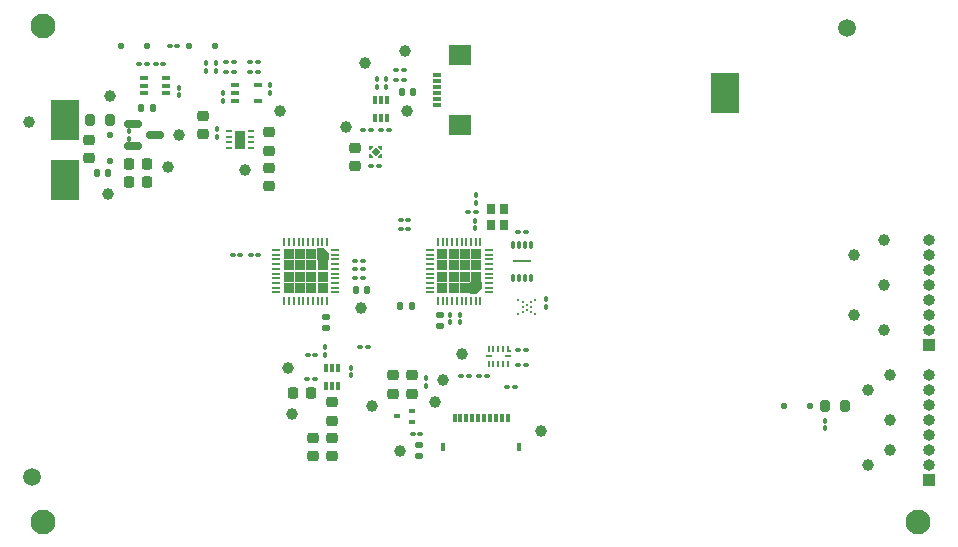
<source format=gbr>
%TF.GenerationSoftware,KiCad,Pcbnew,9.0.1*%
%TF.CreationDate,2025-05-02T11:49:09+03:00*%
%TF.ProjectId,Kampela_H1,4b616d70-656c-4615-9f48-312e6b696361,rev?*%
%TF.SameCoordinates,Original*%
%TF.FileFunction,Soldermask,Top*%
%TF.FilePolarity,Negative*%
%FSLAX46Y46*%
G04 Gerber Fmt 4.6, Leading zero omitted, Abs format (unit mm)*
G04 Created by KiCad (PCBNEW 9.0.1) date 2025-05-02 11:49:09*
%MOMM*%
%LPD*%
G01*
G04 APERTURE LIST*
G04 Aperture macros list*
%AMRoundRect*
0 Rectangle with rounded corners*
0 $1 Rounding radius*
0 $2 $3 $4 $5 $6 $7 $8 $9 X,Y pos of 4 corners*
0 Add a 4 corners polygon primitive as box body*
4,1,4,$2,$3,$4,$5,$6,$7,$8,$9,$2,$3,0*
0 Add four circle primitives for the rounded corners*
1,1,$1+$1,$2,$3*
1,1,$1+$1,$4,$5*
1,1,$1+$1,$6,$7*
1,1,$1+$1,$8,$9*
0 Add four rect primitives between the rounded corners*
20,1,$1+$1,$2,$3,$4,$5,0*
20,1,$1+$1,$4,$5,$6,$7,0*
20,1,$1+$1,$6,$7,$8,$9,0*
20,1,$1+$1,$8,$9,$2,$3,0*%
%AMRotRect*
0 Rectangle, with rotation*
0 The origin of the aperture is its center*
0 $1 length*
0 $2 width*
0 $3 Rotation angle, in degrees counterclockwise*
0 Add horizontal line*
21,1,$1,$2,0,0,$3*%
%AMOutline5P*
0 Free polygon, 5 corners , with rotation*
0 The origin of the aperture is its center*
0 number of corners: always 5*
0 $1 to $10 corner X, Y*
0 $11 Rotation angle, in degrees counterclockwise*
0 create outline with 5 corners*
4,1,5,$1,$2,$3,$4,$5,$6,$7,$8,$9,$10,$1,$2,$11*%
%AMOutline6P*
0 Free polygon, 6 corners , with rotation*
0 The origin of the aperture is its center*
0 number of corners: always 6*
0 $1 to $12 corner X, Y*
0 $13 Rotation angle, in degrees counterclockwise*
0 create outline with 6 corners*
4,1,6,$1,$2,$3,$4,$5,$6,$7,$8,$9,$10,$11,$12,$1,$2,$13*%
%AMOutline7P*
0 Free polygon, 7 corners , with rotation*
0 The origin of the aperture is its center*
0 number of corners: always 7*
0 $1 to $14 corner X, Y*
0 $15 Rotation angle, in degrees counterclockwise*
0 create outline with 7 corners*
4,1,7,$1,$2,$3,$4,$5,$6,$7,$8,$9,$10,$11,$12,$13,$14,$1,$2,$15*%
%AMOutline8P*
0 Free polygon, 8 corners , with rotation*
0 The origin of the aperture is its center*
0 number of corners: always 8*
0 $1 to $16 corner X, Y*
0 $17 Rotation angle, in degrees counterclockwise*
0 create outline with 8 corners*
4,1,8,$1,$2,$3,$4,$5,$6,$7,$8,$9,$10,$11,$12,$13,$14,$15,$16,$1,$2,$17*%
%AMFreePoly0*
4,1,6,0.130000,0.115000,0.130000,-0.115000,-0.130000,-0.115000,-0.130000,0.275000,-0.020000,0.275000,0.130000,0.115000,0.130000,0.115000,$1*%
%AMFreePoly1*
4,1,6,0.130000,-0.115000,-0.130000,-0.115000,-0.130000,0.115000,0.020000,0.275000,0.130000,0.275000,0.130000,-0.115000,0.130000,-0.115000,$1*%
G04 Aperture macros list end*
%ADD10RoundRect,0.100000X0.130000X0.100000X-0.130000X0.100000X-0.130000X-0.100000X0.130000X-0.100000X0*%
%ADD11R,1.000000X1.000000*%
%ADD12O,1.000000X1.000000*%
%ADD13RoundRect,0.140000X0.140000X0.170000X-0.140000X0.170000X-0.140000X-0.170000X0.140000X-0.170000X0*%
%ADD14RoundRect,0.225000X0.250000X-0.225000X0.250000X0.225000X-0.250000X0.225000X-0.250000X-0.225000X0*%
%ADD15RoundRect,0.140000X-0.170000X0.140000X-0.170000X-0.140000X0.170000X-0.140000X0.170000X0.140000X0*%
%ADD16C,1.000000*%
%ADD17C,2.100000*%
%ADD18R,0.300000X0.800000*%
%ADD19R,0.400000X0.800000*%
%ADD20RoundRect,0.100000X-0.130000X-0.100000X0.130000X-0.100000X0.130000X0.100000X-0.130000X0.100000X0*%
%ADD21R,2.400000X3.500000*%
%ADD22RoundRect,0.100000X0.100000X-0.130000X0.100000X0.130000X-0.100000X0.130000X-0.100000X-0.130000X0*%
%ADD23R,0.200000X0.740000*%
%ADD24R,0.740000X0.200000*%
%ADD25Outline5P,-0.481250X0.096250X-0.096250X0.481250X0.481250X0.481250X0.481250X-0.481250X-0.481250X-0.481250X270.000000*%
%ADD26R,0.962500X0.962500*%
%ADD27RoundRect,0.218750X-0.256250X0.218750X-0.256250X-0.218750X0.256250X-0.218750X0.256250X0.218750X0*%
%ADD28R,0.200000X0.600000*%
%ADD29R,0.250000X0.150000*%
%ADD30R,0.600000X0.200000*%
%ADD31RoundRect,0.087500X0.087500X-0.237500X0.087500X0.237500X-0.087500X0.237500X-0.087500X-0.237500X0*%
%ADD32R,1.600000X0.200000*%
%ADD33RoundRect,0.100000X-0.100000X0.130000X-0.100000X-0.130000X0.100000X-0.130000X0.100000X0.130000X0*%
%ADD34RoundRect,0.225000X-0.250000X0.225000X-0.250000X-0.225000X0.250000X-0.225000X0.250000X0.225000X0*%
%ADD35RoundRect,0.200000X0.200000X0.275000X-0.200000X0.275000X-0.200000X-0.275000X0.200000X-0.275000X0*%
%ADD36RoundRect,0.200000X-0.200000X-0.275000X0.200000X-0.275000X0.200000X0.275000X-0.200000X0.275000X0*%
%ADD37R,0.800000X0.900000*%
%ADD38RoundRect,0.218750X0.218750X0.256250X-0.218750X0.256250X-0.218750X-0.256250X0.218750X-0.256250X0*%
%ADD39RoundRect,0.125000X-0.125000X-0.125000X0.125000X-0.125000X0.125000X0.125000X-0.125000X0.125000X0*%
%ADD40C,1.500000*%
%ADD41RoundRect,0.125000X0.125000X0.125000X-0.125000X0.125000X-0.125000X-0.125000X0.125000X-0.125000X0*%
%ADD42RoundRect,0.140000X-0.140000X-0.170000X0.140000X-0.170000X0.140000X0.170000X-0.140000X0.170000X0*%
%ADD43RoundRect,0.100000X-0.225000X-0.100000X0.225000X-0.100000X0.225000X0.100000X-0.225000X0.100000X0*%
%ADD44C,0.200000*%
%ADD45RoundRect,0.225000X0.225000X0.250000X-0.225000X0.250000X-0.225000X-0.250000X0.225000X-0.250000X0*%
%ADD46Outline5P,-0.481250X0.096250X-0.096250X0.481250X0.481250X0.481250X0.481250X-0.481250X-0.481250X-0.481250X180.000000*%
%ADD47RoundRect,0.100000X0.225000X0.100000X-0.225000X0.100000X-0.225000X-0.100000X0.225000X-0.100000X0*%
%ADD48R,0.800000X0.300000*%
%ADD49R,1.850000X1.800000*%
%ADD50RoundRect,0.062500X-0.187500X-0.062500X0.187500X-0.062500X0.187500X0.062500X-0.187500X0.062500X0*%
%ADD51R,0.900000X1.600000*%
%ADD52RoundRect,0.150000X-0.587500X-0.150000X0.587500X-0.150000X0.587500X0.150000X-0.587500X0.150000X0*%
%ADD53R,0.510000X0.400000*%
%ADD54RoundRect,0.125000X0.125000X-0.125000X0.125000X0.125000X-0.125000X0.125000X-0.125000X-0.125000X0*%
%ADD55RoundRect,0.085000X0.085000X-0.265000X0.085000X0.265000X-0.085000X0.265000X-0.085000X-0.265000X0*%
%ADD56FreePoly0,270.000000*%
%ADD57FreePoly1,270.000000*%
%ADD58FreePoly0,90.000000*%
%ADD59FreePoly1,90.000000*%
%ADD60RotRect,0.520000X0.520000X135.000000*%
G04 APERTURE END LIST*
D10*
%TO.C,C56*%
X124180001Y-95160000D03*
X123540001Y-95160000D03*
%TD*%
D11*
%TO.C,J7*%
X172160000Y-101600000D03*
D12*
X172160000Y-100330000D03*
X172160000Y-99060000D03*
X172160000Y-97790000D03*
X172160000Y-96520000D03*
X172160000Y-95250000D03*
X172160000Y-93980000D03*
X172160000Y-92710000D03*
%TD*%
D13*
%TO.C,C14*%
X102660000Y-87010000D03*
X101700000Y-87010000D03*
%TD*%
D10*
%TO.C,R19*%
X137075000Y-105100000D03*
X136435000Y-105100000D03*
%TD*%
D14*
%TO.C,C11*%
X123560000Y-86400000D03*
X123560000Y-84850000D03*
%TD*%
D13*
%TO.C,C53*%
X128440000Y-80110000D03*
X127480000Y-80110000D03*
%TD*%
D15*
%TO.C,C41*%
X130760000Y-99030000D03*
X130760000Y-99990000D03*
%TD*%
D16*
%TO.C,TP26*%
X168350000Y-100330000D03*
%TD*%
%TO.C,TP2*%
X95960000Y-82710000D03*
%TD*%
D10*
%TO.C,C55*%
X124180001Y-95910000D03*
X123540001Y-95910000D03*
%TD*%
D17*
%TO.C,H1*%
X97160000Y-74510000D03*
%TD*%
D16*
%TO.C,TP13*%
X168858000Y-107910000D03*
%TD*%
D18*
%TO.C,J5*%
X136460000Y-107710000D03*
X135960000Y-107710000D03*
X135460000Y-107710000D03*
X134960000Y-107710000D03*
X134460000Y-107710000D03*
X133960000Y-107710000D03*
X133460000Y-107710000D03*
X132960000Y-107710000D03*
X132460000Y-107710000D03*
X131960000Y-107710000D03*
D19*
X137460000Y-110210000D03*
X130960000Y-110210000D03*
%TD*%
D16*
%TO.C,TP27*%
X165810000Y-99060000D03*
%TD*%
%TO.C,TP3*%
X102660000Y-88760000D03*
%TD*%
D20*
%TO.C,R3*%
X114640000Y-77610000D03*
X115280000Y-77610000D03*
%TD*%
D16*
%TO.C,TP14*%
X166953000Y-105370000D03*
%TD*%
D21*
%TO.C,J1*%
X98960000Y-82510000D03*
%TD*%
D20*
%TO.C,R23*%
X134055000Y-104200000D03*
X134695000Y-104200000D03*
%TD*%
%TO.C,R1*%
X107840000Y-76210000D03*
X108480000Y-76210000D03*
%TD*%
D22*
%TO.C,R17*%
X163360000Y-108630000D03*
X163360000Y-107990000D03*
%TD*%
D20*
%TO.C,R4*%
X112640000Y-78410000D03*
X113280000Y-78410000D03*
%TD*%
D16*
%TO.C,TP17*%
X127360000Y-110510000D03*
%TD*%
D23*
%TO.C,U9*%
X121160000Y-92810000D03*
X120760000Y-92810001D03*
X120360000Y-92810000D03*
X119960000Y-92810000D03*
X119559999Y-92810000D03*
X119160001Y-92810000D03*
X118760000Y-92810000D03*
X118360000Y-92810000D03*
X117960000Y-92810001D03*
X117560000Y-92810000D03*
D24*
X116860000Y-93510000D03*
X116860001Y-93910000D03*
X116860000Y-94310000D03*
X116860000Y-94710000D03*
X116860000Y-95110001D03*
X116860000Y-95509999D03*
X116860000Y-95910000D03*
X116860000Y-96310000D03*
X116860001Y-96710000D03*
X116860000Y-97110000D03*
D23*
X117560000Y-97810000D03*
X117960000Y-97809999D03*
X118360000Y-97810000D03*
X118760000Y-97810000D03*
X119160001Y-97810000D03*
X119559999Y-97810000D03*
X119960000Y-97810000D03*
X120360000Y-97810000D03*
X120760000Y-97809999D03*
X121160000Y-97810000D03*
D24*
X121860000Y-97110000D03*
X121859999Y-96710000D03*
X121860000Y-96310000D03*
X121860000Y-95910000D03*
X121860000Y-95509999D03*
X121860000Y-95110001D03*
X121860000Y-94710000D03*
X121860000Y-94310000D03*
X121859999Y-93910000D03*
X121860000Y-93510000D03*
D25*
X120803750Y-93866250D03*
D26*
X119841251Y-93866250D03*
X118878749Y-93866250D03*
X117916250Y-93866250D03*
X120803750Y-94828749D03*
X117916250Y-94828749D03*
X119841250Y-94828750D03*
X118878750Y-94828750D03*
X119841250Y-95791250D03*
X118878750Y-95791250D03*
X120803750Y-95791251D03*
X117916250Y-95791251D03*
X120803750Y-96753750D03*
X119841251Y-96753750D03*
X118878749Y-96753750D03*
X117916250Y-96753750D03*
%TD*%
D22*
%TO.C,R18*%
X133760000Y-89510000D03*
X133760000Y-88870000D03*
%TD*%
D16*
%TO.C,TP4*%
X102760000Y-80510000D03*
%TD*%
D22*
%TO.C,R27*%
X126160000Y-79680000D03*
X126160000Y-79040000D03*
%TD*%
D27*
%TO.C,L2*%
X116260000Y-83540000D03*
X116260000Y-85115000D03*
%TD*%
D20*
%TO.C,C47*%
X137340000Y-102010000D03*
X137980000Y-102010000D03*
%TD*%
D28*
%TO.C,U8*%
X136460000Y-101860000D03*
D29*
X136635000Y-102085000D03*
D28*
X136060000Y-101860000D03*
X135660000Y-101860000D03*
X135260000Y-101860000D03*
X134860000Y-101860000D03*
D30*
X134860000Y-102510000D03*
D28*
X134860000Y-103160000D03*
X135260000Y-103160000D03*
X135660000Y-103160000D03*
X136060000Y-103160000D03*
X136460000Y-103160000D03*
D30*
X136460000Y-102510000D03*
%TD*%
D16*
%TO.C,TP9*%
X108660000Y-83760000D03*
%TD*%
%TO.C,TP24*%
X127960000Y-81720000D03*
%TD*%
D31*
%TO.C,U5*%
X136910000Y-95860000D03*
X137410001Y-95860000D03*
X137910001Y-95860000D03*
X138410002Y-95860000D03*
X138410002Y-93060000D03*
X137910001Y-93060000D03*
X137410001Y-93060000D03*
X136910000Y-93060000D03*
D32*
X137660001Y-94460000D03*
%TD*%
D33*
%TO.C,R12*%
X121010000Y-101770000D03*
X121010000Y-102410000D03*
%TD*%
D34*
%TO.C,C22*%
X120010000Y-109435000D03*
X120010000Y-110985000D03*
%TD*%
D16*
%TO.C,TP28*%
X168350000Y-96520000D03*
%TD*%
D33*
%TO.C,C42*%
X133710000Y-91040000D03*
X133710000Y-91680000D03*
%TD*%
D35*
%TO.C,R16*%
X164985000Y-106710000D03*
X163335000Y-106710000D03*
%TD*%
D20*
%TO.C,C59*%
X113195001Y-93910000D03*
X113835001Y-93910000D03*
%TD*%
D16*
%TO.C,TP22*%
X124360000Y-77700000D03*
%TD*%
%TO.C,TP10*%
X114260000Y-86715000D03*
%TD*%
%TO.C,TP21*%
X139270000Y-108820000D03*
%TD*%
D36*
%TO.C,R9*%
X101110000Y-82510000D03*
X102760000Y-82510000D03*
%TD*%
D10*
%TO.C,R25*%
X126400000Y-83360000D03*
X125760000Y-83360000D03*
%TD*%
D16*
%TO.C,TP1*%
X117160000Y-81710000D03*
%TD*%
D33*
%TO.C,C17*%
X123210000Y-103490000D03*
X123210000Y-104130000D03*
%TD*%
D10*
%TO.C,R7*%
X124625000Y-101710000D03*
X123985000Y-101710000D03*
%TD*%
D16*
%TO.C,TP25*%
X127760000Y-76700000D03*
%TD*%
D21*
%TO.C,J2*%
X98960000Y-87560000D03*
%TD*%
D37*
%TO.C,Y1*%
X135050000Y-90010000D03*
X135050000Y-91410000D03*
X136150000Y-91410000D03*
X136150000Y-90010000D03*
%TD*%
D33*
%TO.C,R13*%
X108660000Y-79760000D03*
X108660000Y-80400000D03*
%TD*%
D38*
%TO.C,FB1*%
X105947500Y-86260000D03*
X104372500Y-86260000D03*
%TD*%
D20*
%TO.C,R5*%
X114640000Y-78410000D03*
X115280000Y-78410000D03*
%TD*%
D16*
%TO.C,TP18*%
X132560000Y-102310000D03*
%TD*%
D20*
%TO.C,C4*%
X127410000Y-91700000D03*
X128050000Y-91700000D03*
%TD*%
D22*
%TO.C,R2*%
X111760000Y-78330000D03*
X111760000Y-77690000D03*
%TD*%
D10*
%TO.C,R11*%
X120185000Y-102410000D03*
X119545000Y-102410000D03*
%TD*%
D39*
%TO.C,D5*%
X159860000Y-106710000D03*
X162060000Y-106710000D03*
%TD*%
D10*
%TO.C,C52*%
X127680000Y-79110000D03*
X127040000Y-79110000D03*
%TD*%
D39*
%TO.C,D4*%
X103710000Y-76260000D03*
X105910000Y-76260000D03*
%TD*%
D40*
%TO.C,FID1*%
X96160000Y-112710000D03*
%TD*%
D41*
%TO.C,D1*%
X111660000Y-76210000D03*
X109460000Y-76210000D03*
%TD*%
D16*
%TO.C,TP11*%
X166953000Y-111720000D03*
%TD*%
D42*
%TO.C,C20*%
X105450000Y-81510000D03*
X106410000Y-81510000D03*
%TD*%
D20*
%TO.C,R14*%
X106660000Y-77760000D03*
X107300000Y-77760000D03*
%TD*%
D40*
%TO.C,FID2*%
X165160000Y-74710000D03*
%TD*%
D20*
%TO.C,R26*%
X124240000Y-83360000D03*
X124880000Y-83360000D03*
%TD*%
D21*
%TO.C,J3*%
X154860000Y-80260000D03*
%TD*%
D43*
%TO.C,U1*%
X113410000Y-79560000D03*
X113410000Y-80210000D03*
X113410000Y-80860000D03*
X115310000Y-80860000D03*
X115310000Y-79560000D03*
%TD*%
D20*
%TO.C,R8*%
X127410000Y-90950000D03*
X128050000Y-90950000D03*
%TD*%
D16*
%TO.C,TP29*%
X165810000Y-93980000D03*
%TD*%
D10*
%TO.C,R21*%
X129080000Y-109110000D03*
X128440000Y-109110000D03*
%TD*%
D42*
%TO.C,C54*%
X123630001Y-96910000D03*
X124590001Y-96910000D03*
%TD*%
D16*
%TO.C,TP30*%
X168350000Y-92710000D03*
%TD*%
D33*
%TO.C,R20*%
X129530000Y-104370000D03*
X129530000Y-105010000D03*
%TD*%
D44*
%TO.C,U6*%
X138770000Y-98960000D03*
X137370000Y-98960000D03*
X138420000Y-98760000D03*
X137720000Y-98760000D03*
X138070000Y-98559999D03*
X138419999Y-98360000D03*
X137720001Y-98360000D03*
X138070000Y-98160001D03*
X138420000Y-97960000D03*
X137720000Y-97960000D03*
X138770000Y-97760000D03*
X137370000Y-97760000D03*
%TD*%
D45*
%TO.C,C18*%
X105935000Y-87760000D03*
X104385000Y-87760000D03*
%TD*%
D20*
%TO.C,R15*%
X105245000Y-77760000D03*
X105885000Y-77760000D03*
%TD*%
D24*
%TO.C,U7*%
X134860000Y-97110000D03*
X134859999Y-96710000D03*
X134860000Y-96310000D03*
X134860000Y-95910000D03*
X134860000Y-95509999D03*
X134860000Y-95110001D03*
X134860000Y-94710000D03*
X134860000Y-94310000D03*
X134859999Y-93910000D03*
X134860000Y-93510000D03*
D23*
X134160000Y-92810000D03*
X133760000Y-92810001D03*
X133360000Y-92810000D03*
X132960000Y-92810000D03*
X132559999Y-92810000D03*
X132160001Y-92810000D03*
X131760000Y-92810000D03*
X131360000Y-92810000D03*
X130960000Y-92810001D03*
X130560000Y-92810000D03*
D24*
X129860000Y-93510000D03*
X129860001Y-93910000D03*
X129860000Y-94310000D03*
X129860000Y-94710000D03*
X129860000Y-95110001D03*
X129860000Y-95509999D03*
X129860000Y-95910000D03*
X129860000Y-96310000D03*
X129860001Y-96710000D03*
X129860000Y-97110000D03*
D23*
X130560000Y-97810000D03*
X130960000Y-97809999D03*
X131360000Y-97810000D03*
X131760000Y-97810000D03*
X132160001Y-97810000D03*
X132559999Y-97810000D03*
X132960000Y-97810000D03*
X133360000Y-97810000D03*
X133760000Y-97809999D03*
X134160000Y-97810000D03*
D46*
X133803750Y-96753750D03*
D26*
X133803750Y-95791251D03*
X133803750Y-94828749D03*
X133803750Y-93866250D03*
X132841251Y-96753750D03*
X132841251Y-93866250D03*
X132841250Y-95791250D03*
X132841250Y-94828750D03*
X131878750Y-95791250D03*
X131878750Y-94828750D03*
X131878749Y-96753750D03*
X131878749Y-93866250D03*
X130916250Y-96753750D03*
X130916250Y-95791251D03*
X130916250Y-94828749D03*
X130916250Y-93866250D03*
%TD*%
D11*
%TO.C,J4*%
X172160000Y-112990000D03*
D12*
X172160000Y-111720000D03*
X172160000Y-110450000D03*
X172160000Y-109180000D03*
X172160000Y-107910000D03*
X172160000Y-106640000D03*
X172160000Y-105370000D03*
X172160000Y-104100000D03*
%TD*%
D10*
%TO.C,C39*%
X137980000Y-91960000D03*
X137340000Y-91960000D03*
%TD*%
D33*
%TO.C,C3*%
X116360000Y-79570000D03*
X116360000Y-80210000D03*
%TD*%
%TO.C,C40*%
X139710000Y-97690000D03*
X139710000Y-98330000D03*
%TD*%
D22*
%TO.C,C44*%
X131610000Y-99655000D03*
X131610000Y-99015000D03*
%TD*%
D47*
%TO.C,Q2*%
X107560000Y-80260000D03*
X107560000Y-79610000D03*
X107560000Y-78960000D03*
X105660000Y-78960000D03*
X105660000Y-79610000D03*
X105660000Y-80260000D03*
%TD*%
D16*
%TO.C,TP19*%
X130960000Y-104510000D03*
%TD*%
D33*
%TO.C,R6*%
X112360000Y-80235000D03*
X112360000Y-80875000D03*
%TD*%
D14*
%TO.C,C26*%
X110660000Y-83710000D03*
X110660000Y-82160000D03*
%TD*%
D20*
%TO.C,C46*%
X133120000Y-90310000D03*
X133760000Y-90310000D03*
%TD*%
D16*
%TO.C,TP5*%
X107660000Y-86510000D03*
%TD*%
D34*
%TO.C,C49*%
X126760000Y-104135000D03*
X126760000Y-105685000D03*
%TD*%
D33*
%TO.C,C29*%
X111860000Y-83270000D03*
X111860000Y-83910000D03*
%TD*%
D10*
%TO.C,R22*%
X133180000Y-104210000D03*
X132540000Y-104210000D03*
%TD*%
D22*
%TO.C,C43*%
X132400000Y-99630000D03*
X132400000Y-98990000D03*
%TD*%
D45*
%TO.C,C8*%
X119810000Y-105610000D03*
X118260000Y-105610000D03*
%TD*%
D20*
%TO.C,R28*%
X127040000Y-78310000D03*
X127680000Y-78310000D03*
%TD*%
D16*
%TO.C,TP7*%
X124070000Y-98460000D03*
%TD*%
D20*
%TO.C,C10*%
X119490000Y-104410000D03*
X120130000Y-104410000D03*
%TD*%
D17*
%TO.C,H3*%
X97160000Y-116510000D03*
%TD*%
D10*
%TO.C,C2*%
X113280000Y-77610000D03*
X112640000Y-77610000D03*
%TD*%
D16*
%TO.C,TP8*%
X118210000Y-107410000D03*
%TD*%
D48*
%TO.C,J6*%
X130480000Y-78700000D03*
X130480000Y-79200000D03*
X130480000Y-79700000D03*
X130480000Y-80200000D03*
X130480000Y-80700000D03*
X130480000Y-81200000D03*
D49*
X132430000Y-82900000D03*
X132430000Y-77000000D03*
%TD*%
D34*
%TO.C,C50*%
X128360000Y-104135000D03*
X128360000Y-105685000D03*
%TD*%
D16*
%TO.C,TP6*%
X117860000Y-103510000D03*
%TD*%
D22*
%TO.C,R24*%
X125360000Y-79680000D03*
X125360000Y-79040000D03*
%TD*%
D50*
%TO.C,U4*%
X112860000Y-83415000D03*
X112860000Y-83915000D03*
X112860000Y-84415000D03*
X112860000Y-84915000D03*
X114760000Y-84915000D03*
X114760000Y-84415000D03*
X114760000Y-83915000D03*
X114760000Y-83415000D03*
D51*
X113810000Y-84165000D03*
%TD*%
D16*
%TO.C,TP15*%
X168858000Y-104100000D03*
%TD*%
D15*
%TO.C,C51*%
X128960000Y-110030000D03*
X128960000Y-110990000D03*
%TD*%
D20*
%TO.C,C7*%
X124920000Y-86425000D03*
X125560000Y-86425000D03*
%TD*%
D14*
%TO.C,C24*%
X121610000Y-110960000D03*
X121610000Y-109410000D03*
%TD*%
D17*
%TO.C,H2*%
X171160000Y-116510000D03*
%TD*%
D52*
%TO.C,Q1*%
X104722500Y-82810000D03*
X104722500Y-84710000D03*
X106597500Y-83760000D03*
%TD*%
D15*
%TO.C,C58*%
X121110001Y-99180000D03*
X121110001Y-100140000D03*
%TD*%
D16*
%TO.C,TP20*%
X130300000Y-106400000D03*
%TD*%
D10*
%TO.C,C57*%
X124180001Y-94410000D03*
X123540001Y-94410000D03*
%TD*%
D22*
%TO.C,C1*%
X110960000Y-78330000D03*
X110960000Y-77690000D03*
%TD*%
D53*
%TO.C,D6*%
X128360000Y-108110000D03*
X128360000Y-107110000D03*
X127070000Y-107610000D03*
%TD*%
D34*
%TO.C,C38*%
X116260000Y-86540000D03*
X116260000Y-88090000D03*
%TD*%
D54*
%TO.C,D2*%
X102760000Y-86010000D03*
X102760000Y-83810000D03*
%TD*%
D27*
%TO.C,L1*%
X121610000Y-106422500D03*
X121610000Y-107997500D03*
%TD*%
D55*
%TO.C,Q3*%
X125260000Y-82310000D03*
X125760000Y-82310000D03*
X126260000Y-82310000D03*
X126260000Y-80810000D03*
X125760000Y-80810000D03*
X125260000Y-80810000D03*
%TD*%
D56*
%TO.C,U2*%
X124790000Y-84900000D03*
D57*
X124790000Y-85550000D03*
D58*
X125760000Y-85550000D03*
D59*
X125760000Y-84900000D03*
D60*
X125275000Y-85225000D03*
%TD*%
D16*
%TO.C,TP23*%
X122760000Y-83100000D03*
%TD*%
D22*
%TO.C,R10*%
X104410000Y-84080000D03*
X104410000Y-83440000D03*
%TD*%
D55*
%TO.C,U3*%
X121110000Y-105010000D03*
X121610000Y-105010000D03*
X122110000Y-105010000D03*
X122110000Y-103510000D03*
X121610000Y-103510000D03*
X121110000Y-103510000D03*
%TD*%
D34*
%TO.C,C5*%
X101000000Y-84215000D03*
X101000000Y-85765000D03*
%TD*%
D20*
%TO.C,C48*%
X137340000Y-103260000D03*
X137980000Y-103260000D03*
%TD*%
D13*
%TO.C,C45*%
X128320000Y-98230000D03*
X127360000Y-98230000D03*
%TD*%
D16*
%TO.C,TP16*%
X124960000Y-106710000D03*
%TD*%
%TO.C,TP12*%
X168858000Y-110450000D03*
%TD*%
D20*
%TO.C,R29*%
X114695001Y-93910000D03*
X115335001Y-93910000D03*
%TD*%
M02*

</source>
